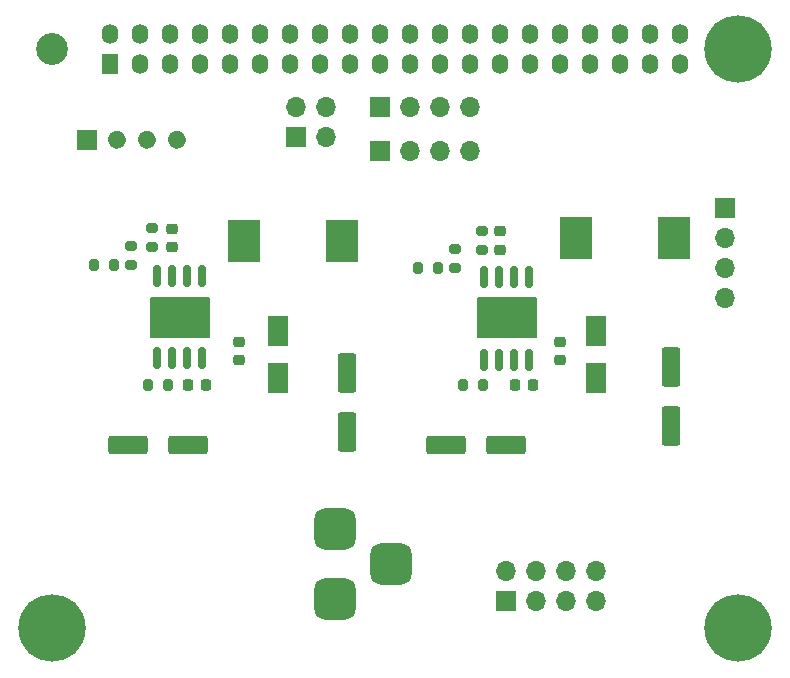
<source format=gts>
G04 #@! TF.GenerationSoftware,KiCad,Pcbnew,9.0.0*
G04 #@! TF.CreationDate,2025-03-30T18:48:23-05:00*
G04 #@! TF.ProjectId,2019-Pi-Power,32303139-2d50-4692-9d50-6f7765722e6b,V2*
G04 #@! TF.SameCoordinates,Original*
G04 #@! TF.FileFunction,Soldermask,Top*
G04 #@! TF.FilePolarity,Negative*
%FSLAX46Y46*%
G04 Gerber Fmt 4.6, Leading zero omitted, Abs format (unit mm)*
G04 Created by KiCad (PCBNEW 9.0.0) date 2025-03-30 18:48:23*
%MOMM*%
%LPD*%
G01*
G04 APERTURE LIST*
G04 Aperture macros list*
%AMRoundRect*
0 Rectangle with rounded corners*
0 $1 Rounding radius*
0 $2 $3 $4 $5 $6 $7 $8 $9 X,Y pos of 4 corners*
0 Add a 4 corners polygon primitive as box body*
4,1,4,$2,$3,$4,$5,$6,$7,$8,$9,$2,$3,0*
0 Add four circle primitives for the rounded corners*
1,1,$1+$1,$2,$3*
1,1,$1+$1,$4,$5*
1,1,$1+$1,$6,$7*
1,1,$1+$1,$8,$9*
0 Add four rect primitives between the rounded corners*
20,1,$1+$1,$2,$3,$4,$5,0*
20,1,$1+$1,$4,$5,$6,$7,0*
20,1,$1+$1,$6,$7,$8,$9,0*
20,1,$1+$1,$8,$9,$2,$3,0*%
G04 Aperture macros list end*
%ADD10C,0.150000*%
%ADD11C,0.796200*%
%ADD12C,0.010000*%
%ADD13R,1.700000X1.700000*%
%ADD14O,1.700000X1.700000*%
%ADD15RoundRect,0.225000X0.250000X-0.225000X0.250000X0.225000X-0.250000X0.225000X-0.250000X-0.225000X0*%
%ADD16RoundRect,0.225000X-0.225000X-0.250000X0.225000X-0.250000X0.225000X0.250000X-0.225000X0.250000X0*%
%ADD17RoundRect,0.225000X-0.250000X0.225000X-0.250000X-0.225000X0.250000X-0.225000X0.250000X0.225000X0*%
%ADD18RoundRect,0.200000X0.200000X0.275000X-0.200000X0.275000X-0.200000X-0.275000X0.200000X-0.275000X0*%
%ADD19RoundRect,0.200000X0.275000X-0.200000X0.275000X0.200000X-0.275000X0.200000X-0.275000X-0.200000X0*%
%ADD20RoundRect,0.200000X-0.275000X0.200000X-0.275000X-0.200000X0.275000X-0.200000X0.275000X0.200000X0*%
%ADD21RoundRect,0.200000X-0.200000X-0.275000X0.200000X-0.275000X0.200000X0.275000X-0.200000X0.275000X0*%
%ADD22C,2.700000*%
%ADD23C,5.700000*%
%ADD24RoundRect,0.875000X0.875000X-0.875000X0.875000X0.875000X-0.875000X0.875000X-0.875000X-0.875000X0*%
%ADD25R,2.700000X3.600000*%
%ADD26RoundRect,0.150000X-0.150000X0.800000X-0.150000X-0.800000X0.150000X-0.800000X0.150000X0.800000X0*%
%ADD27R,1.700000X2.500000*%
%ADD28RoundRect,0.250000X1.412500X0.550000X-1.412500X0.550000X-1.412500X-0.550000X1.412500X-0.550000X0*%
%ADD29RoundRect,0.250000X-0.550000X1.412500X-0.550000X-1.412500X0.550000X-1.412500X0.550000X1.412500X0*%
%ADD30R,1.400000X1.700000*%
%ADD31O,1.400000X1.700000*%
G04 APERTURE END LIST*
D10*
X244450000Y-121806000D02*
X239497000Y-121806000D01*
X239497000Y-118504000D01*
X244450000Y-118504000D01*
X244450000Y-121806000D01*
G36*
X244450000Y-121806000D02*
G01*
X239497000Y-121806000D01*
X239497000Y-118504000D01*
X244450000Y-118504000D01*
X244450000Y-121806000D01*
G37*
X216764000Y-121806000D02*
X211811000Y-121806000D01*
X211811000Y-118504000D01*
X216764000Y-118504000D01*
X216764000Y-121806000D01*
G36*
X216764000Y-121806000D02*
G01*
X211811000Y-121806000D01*
X211811000Y-118504000D01*
X216764000Y-118504000D01*
X216764000Y-121806000D01*
G37*
D11*
X209352350Y-105145000D02*
G75*
G02*
X208556150Y-105145000I-398100J0D01*
G01*
X208556150Y-105145000D02*
G75*
G02*
X209352350Y-105145000I398100J0D01*
G01*
X211892350Y-105145000D02*
G75*
G02*
X211096150Y-105145000I-398100J0D01*
G01*
X211096150Y-105145000D02*
G75*
G02*
X211892350Y-105145000I398100J0D01*
G01*
X214432350Y-105145000D02*
G75*
G02*
X213636150Y-105145000I-398100J0D01*
G01*
X213636150Y-105145000D02*
G75*
G02*
X214432350Y-105145000I398100J0D01*
G01*
D12*
X207210450Y-105941200D02*
X205618050Y-105941200D01*
X205618050Y-104348800D01*
X207210450Y-104348800D01*
X207210450Y-105941200D01*
G36*
X207210450Y-105941200D02*
G01*
X205618050Y-105941200D01*
X205618050Y-104348800D01*
X207210450Y-104348800D01*
X207210450Y-105941200D01*
G37*
D13*
X231242000Y-102375000D03*
D14*
X233782000Y-102375000D03*
X236322000Y-102375000D03*
X238862000Y-102375000D03*
D13*
X231242000Y-106058000D03*
D14*
X233782000Y-106058000D03*
X236322000Y-106058000D03*
X238862000Y-106058000D03*
D15*
X213589000Y-114211000D03*
X213589000Y-112661000D03*
D16*
X214973000Y-125870000D03*
X216523000Y-125870000D03*
D17*
X219304000Y-122275500D03*
X219304000Y-123825500D03*
D16*
X242659000Y-125870000D03*
X244209000Y-125870000D03*
D17*
X246482000Y-122275500D03*
X246482000Y-123825500D03*
D15*
X241402000Y-114453000D03*
X241402000Y-112903000D03*
D18*
X213245500Y-125870000D03*
X211595500Y-125870000D03*
D19*
X210160000Y-115773000D03*
X210160000Y-114123000D03*
D20*
X211938000Y-112599000D03*
X211938000Y-114249000D03*
D21*
X207049000Y-115710000D03*
X208699000Y-115710000D03*
D18*
X239941000Y-125870000D03*
X238291000Y-125870000D03*
D19*
X237592000Y-116027000D03*
X237592000Y-114377000D03*
D21*
X234481000Y-115964000D03*
X236131000Y-115964000D03*
D20*
X239878000Y-112853000D03*
X239878000Y-114503000D03*
D22*
X203500000Y-97500000D03*
D23*
X261500000Y-97500000D03*
X203500000Y-146500000D03*
X261500000Y-146500000D03*
D24*
X227432000Y-138062000D03*
X227432000Y-144062000D03*
X232132000Y-141062000D03*
D25*
X228026000Y-113678000D03*
X219726000Y-113678000D03*
D26*
X216192500Y-116655000D03*
X214922500Y-116655000D03*
X213652500Y-116655000D03*
X212382500Y-116655000D03*
X212382500Y-123655000D03*
X213652500Y-123655000D03*
X214922500Y-123655000D03*
X216192500Y-123655000D03*
D27*
X222606000Y-125330000D03*
X222606000Y-121330000D03*
D28*
X214983500Y-130950000D03*
X209908500Y-130950000D03*
D29*
X228448000Y-124856500D03*
X228448000Y-129931500D03*
D13*
X241910000Y-144158000D03*
D14*
X241910000Y-141618000D03*
X244450000Y-144158000D03*
X244450000Y-141618000D03*
X246990000Y-144158000D03*
X246990000Y-141618000D03*
X249530000Y-144158000D03*
X249530000Y-141618000D03*
D13*
X224130000Y-104915000D03*
D14*
X224130000Y-102375000D03*
X226670000Y-104915000D03*
X226670000Y-102375000D03*
D28*
X241907500Y-130950000D03*
X236832500Y-130950000D03*
D29*
X255880000Y-124348500D03*
X255880000Y-129423500D03*
D27*
X249530000Y-125330000D03*
X249530000Y-121330000D03*
D25*
X256134000Y-113424000D03*
X247834000Y-113424000D03*
D26*
X243815000Y-116782000D03*
X242545000Y-116782000D03*
X241275000Y-116782000D03*
X240005000Y-116782000D03*
X240005000Y-123782000D03*
X241275000Y-123782000D03*
X242545000Y-123782000D03*
X243815000Y-123782000D03*
D13*
X260452000Y-110884000D03*
D14*
X260452000Y-113424000D03*
X260452000Y-115964000D03*
X260452000Y-118504000D03*
D30*
X208370000Y-98770000D03*
D31*
X208370000Y-96230000D03*
X210910000Y-98770000D03*
X210910000Y-96230000D03*
X213450000Y-98770000D03*
X213450000Y-96230000D03*
X215990000Y-98770000D03*
X215990000Y-96230000D03*
X218530000Y-98770000D03*
X218530000Y-96230000D03*
X221070000Y-98770000D03*
X221070000Y-96230000D03*
X223610000Y-98770000D03*
X223610000Y-96230000D03*
X226150000Y-98770000D03*
X226150000Y-96230000D03*
X228690000Y-98770000D03*
X228690000Y-96230000D03*
X231230000Y-98770000D03*
X231230000Y-96230000D03*
X233770000Y-98770000D03*
X233770000Y-96230000D03*
X236310000Y-98770000D03*
X236310000Y-96230000D03*
X238850000Y-98770000D03*
X238850000Y-96230000D03*
X241390000Y-98770000D03*
X241390000Y-96230000D03*
X243930000Y-98770000D03*
X243930000Y-96230000D03*
X246470000Y-98770000D03*
X246470000Y-96230000D03*
X249010000Y-98770000D03*
X249010000Y-96230000D03*
X251550000Y-98770000D03*
X251550000Y-96230000D03*
X254090000Y-98770000D03*
X254090000Y-96230000D03*
X256630000Y-98770000D03*
X256630000Y-96230000D03*
M02*

</source>
